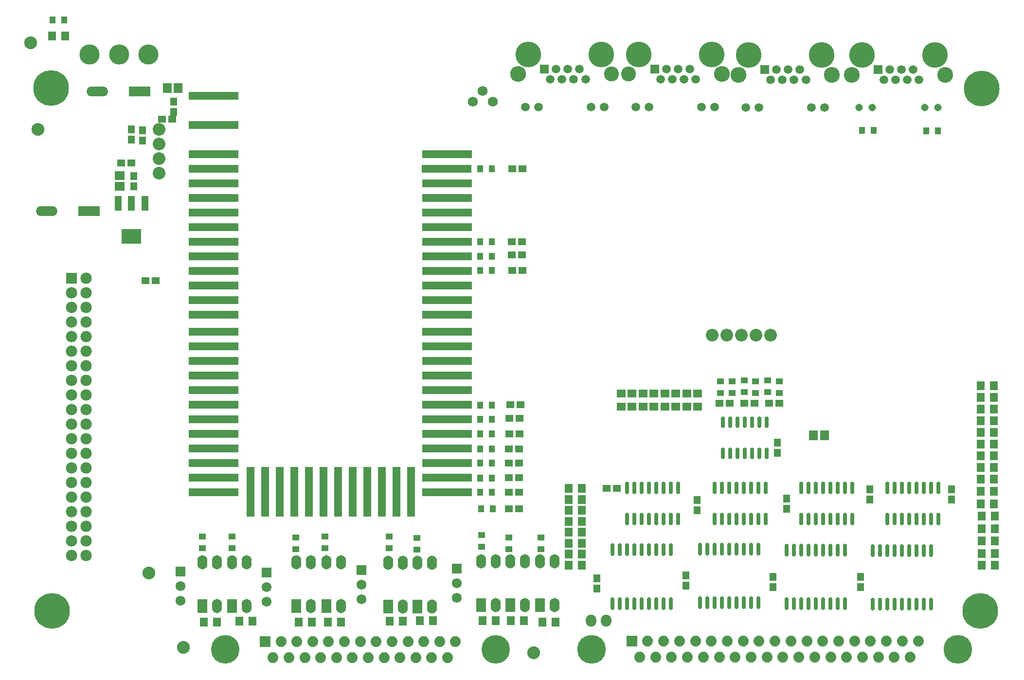
<source format=gts>
G04*
G04 #@! TF.GenerationSoftware,Altium Limited,Altium Designer,20.0.13 (296)*
G04*
G04 Layer_Color=8388736*
%FSTAX24Y24*%
%MOIN*%
G70*
G01*
G75*
%ADD39R,0.0580X0.0630*%
%ADD40R,0.0630X0.0580*%
%ADD41R,0.0552X0.0513*%
%ADD42R,0.0513X0.0395*%
%ADD43R,0.0513X0.0552*%
%ADD44O,0.1480X0.0671*%
%ADD45R,0.1480X0.0671*%
%ADD46R,0.0592X0.0671*%
%ADD47R,0.0395X0.0513*%
%ADD48O,0.0297X0.0789*%
%ADD49R,0.1379X0.1025*%
%ADD50R,0.0474X0.1025*%
%ADD51R,0.0671X0.0592*%
%ADD52O,0.0297X0.0867*%
%ADD53O,0.0297X0.0880*%
%ADD54R,0.3426X0.0552*%
%ADD55R,0.0552X0.3426*%
%ADD56C,0.0867*%
%ADD57C,0.0592*%
%ADD58C,0.1084*%
%ADD59C,0.1760*%
%ADD60R,0.0592X0.0592*%
%ADD61C,0.1025*%
%ADD62O,0.0730X0.0830*%
%ADD63C,0.0745*%
%ADD64C,0.1970*%
%ADD65R,0.0745X0.0745*%
%ADD66C,0.0880*%
%ADD67C,0.0680*%
%ADD68R,0.0595X0.0595*%
%ADD69C,0.0595*%
%ADD70C,0.0516*%
%ADD71C,0.2442*%
%ADD72C,0.0780*%
%ADD73R,0.0780X0.0780*%
%ADD74C,0.0745*%
%ADD75C,0.1954*%
%ADD76C,0.0678*%
%ADD77R,0.0678X0.0678*%
%ADD78O,0.0680X0.0980*%
%ADD79R,0.0680X0.0980*%
%ADD80C,0.1380*%
D39*
X06885Y0413D02*
D03*
X06795D02*
D03*
X06885Y0421D02*
D03*
X06795D02*
D03*
X06885Y04295D02*
D03*
X06795D02*
D03*
X06885Y0438D02*
D03*
X06795D02*
D03*
X06885Y04465D02*
D03*
X06795D02*
D03*
X0688Y0455D02*
D03*
X0679D02*
D03*
X0688Y04635D02*
D03*
X0679D02*
D03*
X0688Y0472D02*
D03*
X0679D02*
D03*
X0688Y048D02*
D03*
X0679D02*
D03*
X0688Y0488D02*
D03*
X0679D02*
D03*
X0688Y0496D02*
D03*
X0679D02*
D03*
X0688Y0504D02*
D03*
X0679D02*
D03*
X0688Y0512D02*
D03*
X0679D02*
D03*
X0688Y052D02*
D03*
X0679D02*
D03*
X0688Y0528D02*
D03*
X0679D02*
D03*
X0688Y0536D02*
D03*
X0679D02*
D03*
X03965Y04655D02*
D03*
X04055D02*
D03*
X03965Y0458D02*
D03*
X04055D02*
D03*
X03965Y04505D02*
D03*
X04055D02*
D03*
X03965Y0443D02*
D03*
X04055D02*
D03*
X03965Y04355D02*
D03*
X04055D02*
D03*
X03965Y0428D02*
D03*
X04055D02*
D03*
X03965Y04205D02*
D03*
X04055D02*
D03*
X03965Y0413D02*
D03*
X04055D02*
D03*
X00515Y07755D02*
D03*
X00425D02*
D03*
X03035Y0375D02*
D03*
X02945D02*
D03*
X0283Y03745D02*
D03*
X0274D02*
D03*
X02405Y0374D02*
D03*
X02315D02*
D03*
X02205D02*
D03*
X02115D02*
D03*
X0171Y03745D02*
D03*
X018D02*
D03*
X01465Y0374D02*
D03*
X01555D02*
D03*
X03875D02*
D03*
X03785D02*
D03*
X0366Y0375D02*
D03*
X0357D02*
D03*
X03465D02*
D03*
X03375D02*
D03*
D40*
X0485Y05305D02*
D03*
Y05215D02*
D03*
X04775Y05305D02*
D03*
Y05215D02*
D03*
X047Y05305D02*
D03*
Y05215D02*
D03*
X04625Y05305D02*
D03*
Y05215D02*
D03*
X0455Y05305D02*
D03*
Y05215D02*
D03*
X04475Y05305D02*
D03*
Y05215D02*
D03*
X044Y05305D02*
D03*
Y05215D02*
D03*
X04325Y05305D02*
D03*
Y05215D02*
D03*
D41*
X0534Y0524D02*
D03*
X0541D02*
D03*
X0517D02*
D03*
X0524D02*
D03*
X05D02*
D03*
X0507D02*
D03*
X0097Y06885D02*
D03*
X009D02*
D03*
X03635Y0523D02*
D03*
X03565D02*
D03*
X01135Y0608D02*
D03*
X01065D02*
D03*
X0118Y07185D02*
D03*
X0125D02*
D03*
X0358Y06845D02*
D03*
X0365D02*
D03*
X03555Y04515D02*
D03*
X03625D02*
D03*
X03555Y0463D02*
D03*
X03625D02*
D03*
X03555Y0473D02*
D03*
X03625D02*
D03*
X03555Y0483D02*
D03*
X03625D02*
D03*
X03555Y04925D02*
D03*
X03625D02*
D03*
X0356Y0503D02*
D03*
X0363D02*
D03*
X0356Y05135D02*
D03*
X0363D02*
D03*
X0358Y0615D02*
D03*
X0365D02*
D03*
X03575Y06255D02*
D03*
X03645D02*
D03*
X03575Y06345D02*
D03*
X03645D02*
D03*
X04295Y04655D02*
D03*
X04225D02*
D03*
D42*
X05005Y0531D02*
D03*
Y0539D02*
D03*
X05085Y0531D02*
D03*
Y0539D02*
D03*
X0517Y05315D02*
D03*
Y05395D02*
D03*
X05245Y0531D02*
D03*
Y0539D02*
D03*
X03775Y0424D02*
D03*
Y0432D02*
D03*
X03555Y0424D02*
D03*
Y0432D02*
D03*
X0337Y04255D02*
D03*
Y04335D02*
D03*
X02925Y04235D02*
D03*
Y04315D02*
D03*
X02735Y04245D02*
D03*
Y04325D02*
D03*
X02295Y04245D02*
D03*
Y04325D02*
D03*
X02095Y0424D02*
D03*
Y0432D02*
D03*
X01455Y04245D02*
D03*
Y04325D02*
D03*
X0533Y05395D02*
D03*
Y05315D02*
D03*
X0541Y0539D02*
D03*
Y0531D02*
D03*
X0166Y04245D02*
D03*
Y04325D02*
D03*
D43*
X0603Y0458D02*
D03*
Y0465D02*
D03*
X0546Y04515D02*
D03*
Y04585D02*
D03*
X04845Y04505D02*
D03*
Y04575D02*
D03*
X0659Y0458D02*
D03*
Y0465D02*
D03*
X05965Y0405D02*
D03*
Y0398D02*
D03*
X05365Y0405D02*
D03*
Y0398D02*
D03*
X0477Y0399D02*
D03*
Y0406D02*
D03*
X0416Y0397D02*
D03*
Y0404D02*
D03*
X05395Y0497D02*
D03*
Y049D02*
D03*
X0126Y07305D02*
D03*
Y07235D02*
D03*
X00985Y06725D02*
D03*
Y06795D02*
D03*
X0097Y07115D02*
D03*
Y07045D02*
D03*
X01045Y0711D02*
D03*
Y0704D02*
D03*
D44*
X00735Y07375D02*
D03*
X0039Y06555D02*
D03*
D45*
X01025Y07375D02*
D03*
X0068Y06555D02*
D03*
D46*
X057174Y0502D02*
D03*
X056426D02*
D03*
X012898Y074D02*
D03*
X01215D02*
D03*
D47*
X06415Y07105D02*
D03*
X06495D02*
D03*
X05975Y0711D02*
D03*
X06055D02*
D03*
X033595Y05225D02*
D03*
X034395D02*
D03*
X0043Y07865D02*
D03*
X0051D02*
D03*
X034395Y047241D02*
D03*
X033595D02*
D03*
X0344Y0463D02*
D03*
X0336D02*
D03*
X03445Y04515D02*
D03*
X03365D02*
D03*
X034395Y0483D02*
D03*
X033595D02*
D03*
X034395Y04925D02*
D03*
X033595D02*
D03*
X034395Y0503D02*
D03*
X033595D02*
D03*
X034395Y0513D02*
D03*
X033595D02*
D03*
X0344Y0615D02*
D03*
X0336D02*
D03*
X0344Y06245D02*
D03*
X0336D02*
D03*
X0344Y06345D02*
D03*
X0336D02*
D03*
X0344Y06845D02*
D03*
X0336D02*
D03*
D48*
X053234Y051087D02*
D03*
X052734D02*
D03*
X052234D02*
D03*
X051734D02*
D03*
X051234D02*
D03*
X050734D02*
D03*
X050234D02*
D03*
X053234Y048961D02*
D03*
X052734D02*
D03*
X052234D02*
D03*
X051734D02*
D03*
X051234D02*
D03*
X050734D02*
D03*
X050234D02*
D03*
D49*
X0097Y063808D02*
D03*
D50*
X008794Y066092D02*
D03*
X0097D02*
D03*
X010606D02*
D03*
D51*
X0089Y068D02*
D03*
Y067252D02*
D03*
D52*
X065Y046576D02*
D03*
X0645D02*
D03*
X064D02*
D03*
X0635D02*
D03*
X063D02*
D03*
X0625D02*
D03*
X062D02*
D03*
X0615D02*
D03*
X065Y04445D02*
D03*
X0645D02*
D03*
X064D02*
D03*
X0635D02*
D03*
X063D02*
D03*
X0625D02*
D03*
X062D02*
D03*
X0615D02*
D03*
X0591Y046576D02*
D03*
X0586D02*
D03*
X0581D02*
D03*
X0576D02*
D03*
X0571D02*
D03*
X0566D02*
D03*
X0561D02*
D03*
X0556D02*
D03*
X0591Y04445D02*
D03*
X0586D02*
D03*
X0581D02*
D03*
X0576D02*
D03*
X0571D02*
D03*
X0566D02*
D03*
X0561D02*
D03*
X0556D02*
D03*
X04715Y046576D02*
D03*
X04665D02*
D03*
X04615D02*
D03*
X04565D02*
D03*
X04515D02*
D03*
X04465D02*
D03*
X04415D02*
D03*
X04365D02*
D03*
X04715Y04445D02*
D03*
X04665D02*
D03*
X04615D02*
D03*
X04565D02*
D03*
X04515D02*
D03*
X04465D02*
D03*
X04415D02*
D03*
X04365D02*
D03*
X05315Y046576D02*
D03*
X05265D02*
D03*
X05215D02*
D03*
X05165D02*
D03*
X05115D02*
D03*
X05065D02*
D03*
X05015D02*
D03*
X04965D02*
D03*
X05315Y04445D02*
D03*
X05265D02*
D03*
X05215D02*
D03*
X05165D02*
D03*
X05115D02*
D03*
X05065D02*
D03*
X05015D02*
D03*
X04965D02*
D03*
D53*
X0605Y038609D02*
D03*
X061D02*
D03*
X0615D02*
D03*
X062D02*
D03*
X0625D02*
D03*
X063D02*
D03*
X0635D02*
D03*
X064D02*
D03*
X0645D02*
D03*
X0605Y042291D02*
D03*
X061D02*
D03*
X0615D02*
D03*
X062D02*
D03*
X0625D02*
D03*
X063D02*
D03*
X0635D02*
D03*
X064D02*
D03*
X0645D02*
D03*
X0546Y03865D02*
D03*
X0551D02*
D03*
X0556D02*
D03*
X0561D02*
D03*
X0566D02*
D03*
X0571D02*
D03*
X0576D02*
D03*
X0581D02*
D03*
X0586D02*
D03*
X0546Y042331D02*
D03*
X0551D02*
D03*
X0556D02*
D03*
X0561D02*
D03*
X0566D02*
D03*
X0571D02*
D03*
X0576D02*
D03*
X0581D02*
D03*
X0586D02*
D03*
X04865Y038709D02*
D03*
X04915D02*
D03*
X04965D02*
D03*
X05015D02*
D03*
X05065D02*
D03*
X05115D02*
D03*
X05165D02*
D03*
X05215D02*
D03*
X05265D02*
D03*
X04865Y042391D02*
D03*
X04915D02*
D03*
X04965D02*
D03*
X05015D02*
D03*
X05065D02*
D03*
X05115D02*
D03*
X05165D02*
D03*
X05215D02*
D03*
X05265D02*
D03*
X04265Y038659D02*
D03*
X04315D02*
D03*
X04365D02*
D03*
X04415D02*
D03*
X04465D02*
D03*
X04515D02*
D03*
X04565D02*
D03*
X04615D02*
D03*
X04665D02*
D03*
X04265Y042341D02*
D03*
X04315D02*
D03*
X04365D02*
D03*
X04415D02*
D03*
X04465D02*
D03*
X04515D02*
D03*
X04565D02*
D03*
X04615D02*
D03*
X04665D02*
D03*
D54*
X015328Y0463D02*
D03*
Y0473D02*
D03*
Y0483D02*
D03*
Y0493D02*
D03*
Y0503D02*
D03*
Y0513D02*
D03*
Y0523D02*
D03*
Y0533D02*
D03*
Y0543D02*
D03*
Y0553D02*
D03*
Y0563D02*
D03*
Y0573D02*
D03*
Y05845D02*
D03*
Y05945D02*
D03*
Y06045D02*
D03*
Y06145D02*
D03*
Y06245D02*
D03*
Y06345D02*
D03*
Y06445D02*
D03*
Y06545D02*
D03*
Y06645D02*
D03*
Y06745D02*
D03*
Y06845D02*
D03*
Y06945D02*
D03*
X015329Y07145D02*
D03*
X015328Y07345D02*
D03*
X031324Y0473D02*
D03*
Y0483D02*
D03*
Y0493D02*
D03*
Y0503D02*
D03*
Y0513D02*
D03*
Y0523D02*
D03*
Y0533D02*
D03*
Y0543D02*
D03*
Y0553D02*
D03*
Y0563D02*
D03*
Y0573D02*
D03*
Y05845D02*
D03*
Y05945D02*
D03*
Y06045D02*
D03*
Y06145D02*
D03*
Y06245D02*
D03*
Y06345D02*
D03*
Y06445D02*
D03*
Y06545D02*
D03*
Y06645D02*
D03*
Y06745D02*
D03*
Y06945D02*
D03*
Y0463D02*
D03*
X031292Y06845D02*
D03*
D55*
X018851Y046328D02*
D03*
X019851D02*
D03*
X020851D02*
D03*
X021851D02*
D03*
X022851D02*
D03*
X023851D02*
D03*
X024851D02*
D03*
X025851D02*
D03*
X026851D02*
D03*
X027851D02*
D03*
X028851D02*
D03*
X017851D02*
D03*
D56*
X0116Y07015D02*
D03*
Y06815D02*
D03*
Y07115D02*
D03*
Y06915D02*
D03*
X0535Y05705D02*
D03*
X0525D02*
D03*
X0515D02*
D03*
X0505D02*
D03*
X0495D02*
D03*
D57*
X057201Y072652D02*
D03*
X056299D02*
D03*
X051799D02*
D03*
X052701D02*
D03*
X055906Y07455D02*
D03*
X055504Y075251D02*
D03*
X055102Y07455D02*
D03*
X054701Y075251D02*
D03*
X054299Y07455D02*
D03*
X053898Y075251D02*
D03*
X053496Y07455D02*
D03*
X049652Y072702D02*
D03*
X04875D02*
D03*
X04425D02*
D03*
X045152D02*
D03*
X048356Y0746D02*
D03*
X047955Y075301D02*
D03*
X047553Y0746D02*
D03*
X047152Y075301D02*
D03*
X04675Y0746D02*
D03*
X046348Y075301D02*
D03*
X045947Y0746D02*
D03*
X042102Y072702D02*
D03*
X0412D02*
D03*
X0367D02*
D03*
X037602D02*
D03*
X040807Y0746D02*
D03*
X040405Y0753D02*
D03*
X040004Y0746D02*
D03*
X039602Y0753D02*
D03*
X0392Y0746D02*
D03*
X038799Y0753D02*
D03*
X038397Y0746D02*
D03*
D58*
X051301Y0749D02*
D03*
X057699D02*
D03*
X05015Y07495D02*
D03*
X036202Y07495D02*
D03*
X06545Y0749D02*
D03*
X059052D02*
D03*
D59*
X057Y076251D02*
D03*
X052D02*
D03*
X049451Y076301D02*
D03*
X044451D02*
D03*
X041901Y0763D02*
D03*
X036901D02*
D03*
X059751Y076251D02*
D03*
X064751D02*
D03*
D60*
X053094Y075251D02*
D03*
X045545Y075301D02*
D03*
X037996Y0753D02*
D03*
D61*
X043752Y07495D02*
D03*
X0426Y07495D02*
D03*
D62*
X0412Y0375D02*
D03*
X04221D02*
D03*
D63*
X063608Y0361D02*
D03*
X063063Y034982D02*
D03*
X062518Y0361D02*
D03*
X061972Y034982D02*
D03*
X059791D02*
D03*
X060337Y0361D02*
D03*
X060882Y034982D02*
D03*
X061427Y0361D02*
D03*
X05761Y034982D02*
D03*
X058155Y0361D02*
D03*
X058701Y034982D02*
D03*
X059246Y0361D02*
D03*
X053248Y034982D02*
D03*
X053793Y0361D02*
D03*
X054339Y034982D02*
D03*
X057065Y0361D02*
D03*
X052157Y034982D02*
D03*
X052703Y0361D02*
D03*
X055429Y034982D02*
D03*
X055974Y0361D02*
D03*
X05652Y034982D02*
D03*
X054883Y0361D02*
D03*
X051612D02*
D03*
X051067Y034982D02*
D03*
X050522Y0361D02*
D03*
X049976Y034982D02*
D03*
X049431Y0361D02*
D03*
X048886Y034982D02*
D03*
X048341Y0361D02*
D03*
X047795Y034982D02*
D03*
X04725Y0361D02*
D03*
X046705Y034982D02*
D03*
X046159Y0361D02*
D03*
X045614Y034982D02*
D03*
X045069Y0361D02*
D03*
X044524Y034982D02*
D03*
D64*
X066314Y035531D02*
D03*
X041235Y035539D02*
D03*
D65*
X043978Y0361D02*
D03*
X018856Y036068D02*
D03*
D66*
X0033Y07115D02*
D03*
X0109Y04075D02*
D03*
X01325Y03565D02*
D03*
X0028Y0771D02*
D03*
X03725Y0353D02*
D03*
D67*
X0331Y07305D02*
D03*
X03445D02*
D03*
X03375Y0738D02*
D03*
D68*
X060845Y075251D02*
D03*
D69*
X061247Y07455D02*
D03*
X061648Y075251D02*
D03*
X06205Y07455D02*
D03*
X062452Y075251D02*
D03*
X062853Y07455D02*
D03*
X063255Y075251D02*
D03*
X063656Y07455D02*
D03*
D70*
X060452Y072652D02*
D03*
X05955D02*
D03*
X06405D02*
D03*
X064952D02*
D03*
D71*
X004192Y073994D02*
D03*
X004242Y038144D02*
D03*
X067863Y03815D02*
D03*
X067963Y07395D02*
D03*
D72*
X0066Y05795D02*
D03*
X0066Y06095D02*
D03*
X0056Y05695D02*
D03*
X0066Y05695D02*
D03*
X0056Y05795D02*
D03*
X0056Y05895D02*
D03*
X0056Y05995D02*
D03*
X0066Y05995D02*
D03*
X0066Y05895D02*
D03*
X0066Y05595D02*
D03*
X0056Y05495D02*
D03*
X0066D02*
D03*
X0056Y05395D02*
D03*
X0066D02*
D03*
X0056Y05295D02*
D03*
X0066D02*
D03*
X0056Y05195D02*
D03*
X0066D02*
D03*
X0056Y05095D02*
D03*
X0066D02*
D03*
X0056Y04995D02*
D03*
X0066D02*
D03*
X0056Y04895D02*
D03*
X0066D02*
D03*
X0056Y05595D02*
D03*
Y04795D02*
D03*
X0066D02*
D03*
X0056Y04695D02*
D03*
X0066D02*
D03*
X0056Y04595D02*
D03*
X0066D02*
D03*
X0056Y04495D02*
D03*
X0066D02*
D03*
X0056Y04395D02*
D03*
X0066D02*
D03*
X0056Y04295D02*
D03*
X0066D02*
D03*
X0056Y04195D02*
D03*
X0066D02*
D03*
D73*
X0056Y06095D02*
D03*
D74*
X031901Y036068D02*
D03*
X031357Y03495D02*
D03*
X030814Y036068D02*
D03*
X03027Y03495D02*
D03*
X029727Y036068D02*
D03*
X029183Y03495D02*
D03*
X02864Y036068D02*
D03*
X028096Y03495D02*
D03*
X027552Y036068D02*
D03*
X027009Y03495D02*
D03*
X026465Y036068D02*
D03*
X025922Y03495D02*
D03*
X025378Y036068D02*
D03*
X024835Y03495D02*
D03*
X024291Y036068D02*
D03*
X023748Y03495D02*
D03*
X023204Y036068D02*
D03*
X022661Y03495D02*
D03*
X022117Y036068D02*
D03*
X021574Y03495D02*
D03*
X02103Y036068D02*
D03*
X020487Y03495D02*
D03*
X019943Y036068D02*
D03*
X0194Y03495D02*
D03*
D75*
X016116Y035509D02*
D03*
X034641D02*
D03*
D76*
X02545Y03895D02*
D03*
Y03995D02*
D03*
X01895Y0388D02*
D03*
Y0398D02*
D03*
X01305Y03885D02*
D03*
Y03985D02*
D03*
X032Y03905D02*
D03*
Y04005D02*
D03*
D77*
X02545Y04095D02*
D03*
X01895Y0408D02*
D03*
X01305Y04085D02*
D03*
X032Y04105D02*
D03*
D78*
X0293Y04145D02*
D03*
X0303D02*
D03*
Y03845D02*
D03*
X0273Y04145D02*
D03*
X0283D02*
D03*
Y03845D02*
D03*
X02305Y0415D02*
D03*
X02405D02*
D03*
Y0385D02*
D03*
X021Y0415D02*
D03*
X022D02*
D03*
Y0385D02*
D03*
X0166Y0415D02*
D03*
X0176D02*
D03*
Y0385D02*
D03*
X01455Y0415D02*
D03*
X01555D02*
D03*
Y0385D02*
D03*
X0377Y04155D02*
D03*
X0387D02*
D03*
Y03855D02*
D03*
X03565Y04155D02*
D03*
X03665D02*
D03*
Y03855D02*
D03*
X03365Y04155D02*
D03*
X03465D02*
D03*
Y03855D02*
D03*
D79*
X0293Y03845D02*
D03*
X0273D02*
D03*
X02305Y0385D02*
D03*
X021D02*
D03*
X0166D02*
D03*
X01455D02*
D03*
X0377Y03855D02*
D03*
X03565D02*
D03*
X03365D02*
D03*
D80*
X006824Y076274D02*
D03*
X01085Y0763D02*
D03*
X00885D02*
D03*
M02*

</source>
